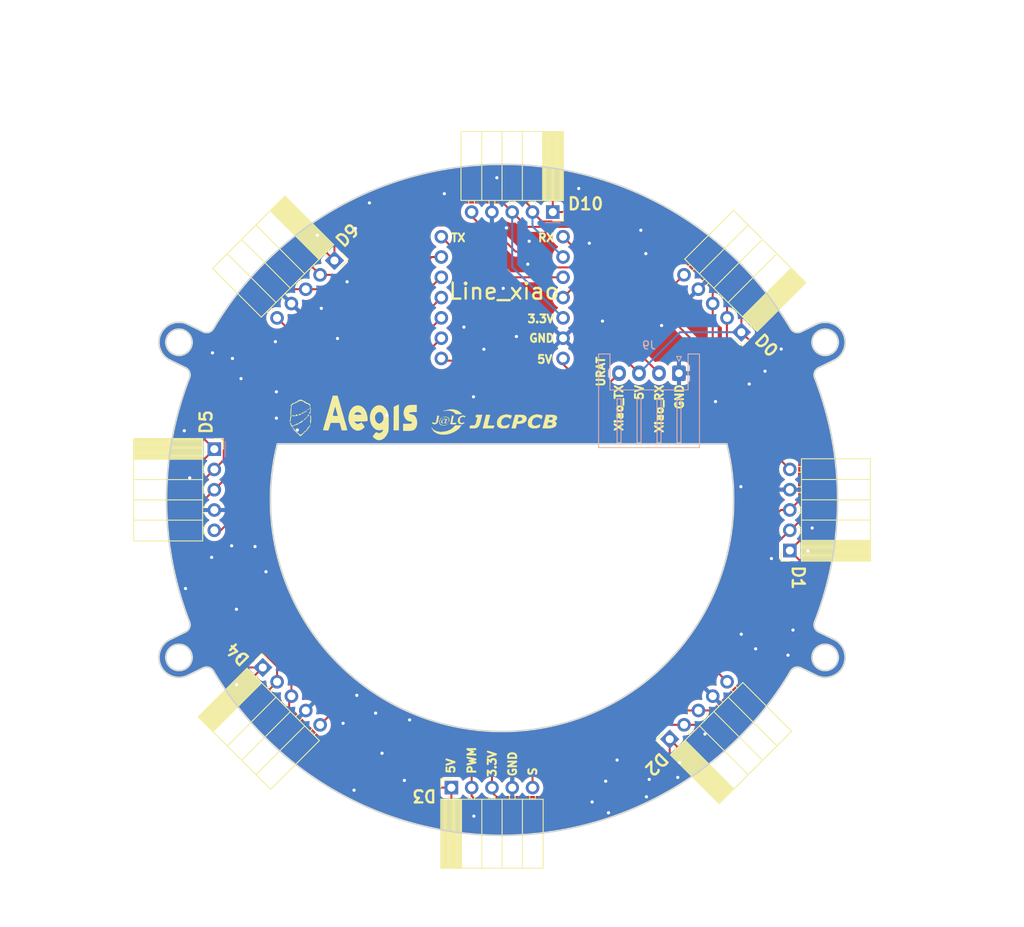
<source format=kicad_pcb>
(kicad_pcb (version 20221018) (generator pcbnew)
  (layers (0 "F.Cu" signal) (31 "B.Cu" signal) (34 "B.Paste" user) (35 "F.Paste" user) (36 "B.SilkS" user "B.Silkscreen") (37 "F.SilkS" user "F.Silkscreen") (38 "B.Mask" user) (39 "F.Mask" user) (44 "Edge.Cuts" user))
  (net 0 "")
  (net 1 "+5V")
  (net 2 "/PWM")
  (net 3 "+3.3V")
  (net 4 "GND")
  (net 5 "/1")
  (net 6 "/2")
  (net 7 "/3")
  (net 8 "/4")
  (net 9 "/5")
  (net 10 "/6")
  (net 11 "/7")
  (net 12 "/8")
  (net 13 "/RX")
  (net 14 "/TX")
  (footprint "Connector_PinSocket_2.54mm:PinSocket_1x05_P2.54mm_Horizontal" (layer "F.Cu") (at 156.392773 142.661336 45)
    (fp_text reference "J5" hide)
    (fp_text value "Conn_01x05_Pin")
    (pad "1" thru_hole rect (at 0 0 45) (size 1.7 1.7) (drill 1) (layers "*.Cu" "*.Mask") (net 1 "+5V"))
    (pad "2" thru_hole oval (at 0 2.54 45) (size 1.7 1.7) (drill 1) (layers "*.Cu" "*.Mask") (net 2 "/PWM"))
    (pad "3" thru_hole oval (at 0 5.08 45) (size 1.7 1.7) (drill 1) (layers "*.Cu" "*.Mask") (net 3 "+3.3V"))
    (pad "4" thru_hole oval (at 0 7.62 45) (size 1.7 1.7) (drill 1) (layers "*.Cu" "*.Mask") (net 4 "GND"))
    (pad "5" thru_hole oval (at 0 10.16 45) (size 1.7 1.7) (drill 1) (layers "*.Cu" "*.Mask") (net 9 "/5"))
  )
  (footprint "JLCPCB:JLCPCB" (layer "F.Cu") (at 185.294166 111.971167)
    (fp_text reference "G***" hide)
    (fp_text value "LOGO" hide)
  )
  (footprint "Aegis:ver4" (layer "F.Cu") (at 167.405391 111.240461)
    (fp_text reference "G***" hide)
    (fp_text value "LOGO" hide)
  )
  (footprint "Connector_PinSocket_2.54mm:PinSocket_1x05_P2.54mm_Horizontal" (layer "F.Cu") (at 150.32868 115.328962)
    (fp_text reference "J6" hide)
    (fp_text value "Conn_01x05_Pin" hide)
    (pad "1" thru_hole rect (at 0 0) (size 1.7 1.7) (drill 1) (layers "*.Cu" "*.Mask") (net 1 "+5V"))
    (pad "2" thru_hole oval (at 0 2.54) (size 1.7 1.7) (drill 1) (layers "*.Cu" "*.Mask") (net 2 "/PWM"))
    (pad "3" thru_hole oval (at 0 5.08) (size 1.7 1.7) (drill 1) (layers "*.Cu" "*.Mask") (net 3 "+3.3V"))
    (pad "4" thru_hole oval (at 0 7.62) (size 1.7 1.7) (drill 1) (layers "*.Cu" "*.Mask") (net 4 "GND"))
    (pad "5" thru_hole oval (at 0 10.16) (size 1.7 1.7) (drill 1) (layers "*.Cu" "*.Mask") (net 10 "/6"))
  )
  (footprint "Connector_PinSocket_2.54mm:PinSocket_1x05_P2.54mm_Horizontal" (layer "F.Cu") (at 192.7 85.65 -90)
    (fp_text reference "J8" hide)
    (fp_text value "Conn_01x05_Pin" hide)
    (pad "1" thru_hole rect (at 0 0 270) (size 1.7 1.7) (drill 1) (layers "*.Cu" "*.Mask") (net 1 "+5V"))
    (pad "2" thru_hole oval (at 0 2.54 270) (size 1.7 1.7) (drill 1) (layers "*.Cu" "*.Mask") (net 2 "/PWM"))
    (pad "3" thru_hole oval (at 0 5.08 270) (size 1.7 1.7) (drill 1) (layers "*.Cu" "*.Mask") (net 3 "+3.3V"))
    (pad "4" thru_hole oval (at 0 7.62 270) (size 1.7 1.7) (drill 1) (layers "*.Cu" "*.Mask") (net 4 "GND"))
    (pad "5" thru_hole oval (at 0 10.16 270) (size 1.7 1.7) (drill 1) (layers "*.Cu" "*.Mask") (net 12 "/8"))
  )
  (footprint "Connector_PinSocket_2.54mm:PinSocket_1x05_P2.54mm_Horizontal" (layer "F.Cu") (at 180.007642 157.700282 90)
    (fp_text reference "J4" hide)
    (fp_text value "Conn_01x05_Pin" hide)
    (pad "1" thru_hole rect (at 0 0 90) (size 1.7 1.7) (drill 1) (layers "*.Cu" "*.Mask") (net 1 "+5V"))
    (pad "2" thru_hole oval (at 0 2.54 90) (size 1.7 1.7) (drill 1) (layers "*.Cu" "*.Mask") (net 2 "/PWM"))
    (pad "3" thru_hole oval (at 0 5.08 90) (size 1.7 1.7) (drill 1) (layers "*.Cu" "*.Mask") (net 3 "+3.3V"))
    (pad "4" thru_hole oval (at 0 7.62 90) (size 1.7 1.7) (drill 1) (layers "*.Cu" "*.Mask") (net 4 "GND"))
    (pad "5" thru_hole oval (at 0 10.16 90) (size 1.7 1.7) (drill 1) (layers "*.Cu" "*.Mask") (net 8 "/4"))
  )
  (footprint "Connector_PinSocket_2.54mm:PinSocket_1x05_P2.54mm_Horizontal" (layer "F.Cu") (at 222.378962 128.02132 180)
    (fp_text reference "J2" hide)
    (fp_text value "Conn_01x05_Pin" hide)
    (pad "1" thru_hole rect (at 0 0 180) (size 1.7 1.7) (drill 1) (layers "*.Cu" "*.Mask") (net 1 "+5V"))
    (pad "2" thru_hole oval (at 0 2.54 180) (size 1.7 1.7) (drill 1) (layers "*.Cu" "*.Mask") (net 2 "/PWM"))
    (pad "3" thru_hole oval (at 0 5.08 180) (size 1.7 1.7) (drill 1) (layers "*.Cu" "*.Mask") (net 3 "+3.3V"))
    (pad "4" thru_hole oval (at 0 7.62 180) (size 1.7 1.7) (drill 1) (layers "*.Cu" "*.Mask") (net 4 "GND"))
    (pad "5" thru_hole oval (at 0 10.16 180) (size 1.7 1.7) (drill 1) (layers "*.Cu" "*.Mask") (net 6 "/2"))
  )
  (footprint "Connector_PinSocket_2.54mm:PinSocket_1x05_P2.54mm_Horizontal" (layer "F.Cu") (at 216.314869 100.688946 -135)
    (fp_text reference "J1" hide)
    (fp_text value "Conn_01x05_Pin" hide)
    (pad "1" thru_hole rect (at 0 0 225) (size 1.7 1.7) (drill 1) (layers "*.Cu" "*.Mask") (net 1 "+5V"))
    (pad "2" thru_hole oval (at 0 2.54 225) (size 1.7 1.7) (drill 1) (layers "*.Cu" "*.Mask") (net 2 "/PWM"))
    (pad "3" thru_hole oval (at 0 5.08 225) (size 1.7 1.7) (drill 1) (layers "*.Cu" "*.Mask") (net 3 "+3.3V"))
    (pad "4" thru_hole oval (at 0 7.62 225) (size 1.7 1.7) (drill 1) (layers "*.Cu" "*.Mask") (net 4 "GND"))
    (pad "5" thru_hole oval (at 0 10.16 225) (size 1.7 1.7) (drill 1) (layers "*.Cu" "*.Mask") (net 5 "/1"))
  )
  (footprint "Connector_PinSocket_2.54mm:PinSocket_1x05_P2.54mm_Horizontal" (layer "F.Cu") (at 165.367626 91.714093 -45)
    (fp_text reference "J7" hide)
    (fp_text value "Conn_01x05_Pin" hide)
    (pad "1" thru_hole rect (at 0 0 315) (size 1.7 1.7) (drill 1) (layers "*.Cu" "*.Mask") (net 1 "+5V"))
    (pad "2" thru_hole oval (at 0 2.54 315) (size 1.7 1.7) (drill 1) (layers "*.Cu" "*.Mask") (net 2 "/PWM"))
    (pad "3" thru_hole oval (at 0 5.08 315) (size 1.7 1.7) (drill 1) (layers "*.Cu" "*.Mask") (net 3 "+3.3V"))
    (pad "4" thru_hole oval (at 0 7.62 315) (size 1.7 1.7) (drill 1) (layers "*.Cu" "*.Mask") (net 4 "GND"))
    (pad "5" thru_hole oval (at 0 10.16 315) (size 1.7 1.7) (drill 1) (layers "*.Cu" "*.Mask") (net 11 "/7"))
  )
  (footprint "Connector_PinSocket_2.54mm:PinSocket_1x05_P2.54mm_Horizontal" (layer "F.Cu") (at 207.340016 151.636189 135)
    (fp_text reference "J3" hide)
    (fp_text value "Conn_01x05_Pin" hide)
    (pad "1" thru_hole rect (at 0 0 135) (size 1.7 1.7) (drill 1) (layers "*.Cu" "*.Mask") (net 1 "+5V"))
    (pad "2" thru_hole oval (at 0 2.54 135) (size 1.7 1.7) (drill 1) (layers "*.Cu" "*.Mask") (net 2 "/PWM"))
    (pad "3" thru_hole oval (at 0 5.08 135) (size 1.7 1.7) (drill 1) (layers "*.Cu" "*.Mask") (net 3 "+3.3V"))
    (pad "4" thru_hole oval (at 0 7.62 135) (size 1.7 1.7) (drill 1) (layers "*.Cu" "*.Mask") (net 4 "GND"))
    (pad "5" thru_hole oval (at 0 10.16 135) (size 1.7 1.7) (drill 1) (layers "*.Cu" "*.Mask") (net 7 "/3"))
  )
  (footprint "Seeeduino_Xiao:seeeduinoXIAO" (layer "B.Cu") (at 186.37 96.355 180)
    (fp_text reference "U1" hide)
    (fp_text value "Line_xiao" (at -0.23 0.78) (layer "F.SilkS") (effects (font (size 2 2) (thickness 0.3) bold)))
    (pad "1" thru_hole circle (at 7.62 -7.62 180) (size 1.7 1.7) (drill 1) (layers "*.Cu" "*.Mask") (net 5 "/1"))
    (pad "2" thru_hole circle (at 7.62 -5.08 180) (size 1.7 1.7) (drill 1) (layers "*.Cu" "*.Mask") (net 6 "/2"))
    (pad "3" thru_hole circle (at 7.62 -2.54 180) (size 1.7 1.7) (drill 1) (layers "*.Cu" "*.Mask") (net 7 "/3"))
    (pad "4" thru_hole circle (at 7.62 0 180) (size 1.7 1.7) (drill 1) (layers "*.Cu" "*.Mask") (net 8 "/4"))
    (pad "5" thru_hole circle (at 7.62 2.54 180) (size 1.7 1.7) (drill 1) (layers "*.Cu" "*.Mask") (net 9 "/5"))
    (pad "6" thru_hole circle (at 7.62 5.08 180) (size 1.7 1.7) (drill 1) (layers "*.Cu" "*.Mask") (net 10 "/6"))
    (pad "7" thru_hole circle (at 7.62 7.62 180) (size 1.7 1.7) (drill 1) (layers "*.Cu" "*.Mask") (net 14 "/TX"))
    (pad "8" thru_hole circle (at -7.62 7.62 180) (size 1.7 1.7) (drill 1) (layers "*.Cu" "*.Mask") (net 13 "/RX"))
    (pad "9" thru_hole circle (at -7.62 5.08 180) (size 1.7 1.7) (drill 1) (layers "*.Cu" "*.Mask") (net 2 "/PWM"))
    (pad "10" thru_hole circle (at -7.62 2.54 180) (size 1.7 1.7) (drill 1) (layers "*.Cu" "*.Mask") (net 11 "/7"))
    (pad "11" thru_hole circle (at -7.62 0 180) (size 1.7 1.7) (drill 1) (layers "*.Cu" "*.Mask") (net 12 "/8"))
    (pad "12" thru_hole circle (at -7.62 -2.54 180) (size 1.7 1.7) (drill 1) (layers "*.Cu" "*.Mask") (net 3 "+3.3V"))
    (pad "13" thru_hole circle (at -7.62 -5.08 180) (size 1.7 1.7) (drill 1) (layers "*.Cu" "*.Mask") (net 4 "GND"))
    (pad "14" thru_hole circle (at -7.62 -7.62 180) (size 1.7 1.7) (drill 1) (layers "*.Cu" "*.Mask") (net 1 "+5V"))
  )
  (footprint "Connector_JST:JST_XH_S4B-XH-A_1x04_P2.50mm_Horizontal" (layer "B.Cu") (at 208.5 105.825 180)
    (fp_text reference "J9" (at 3.75 3.5) (layer "B.SilkS") (effects (justify mirror)))
    (fp_text value "Serial" hide)
    (pad "1" thru_hole roundrect (at 0 0 180) (size 1.7 1.95) (drill 0.95) (layers "*.Cu" "*.Mask") (roundrect_rratio 0.1470588235) (net 4 "GND"))
    (pad "2" thru_hole oval (at 2.5 0 180) (size 1.7 1.95) (drill 0.95) (layers "*.Cu" "*.Mask") (net 13 "/RX"))
    (pad "3" thru_hole oval (at 5 0 180) (size 1.7 1.95) (drill 0.95) (layers "*.Cu" "*.Mask") (net 1 "+5V"))
    (pad "4" thru_hole oval (at 7.5 0 180) (size 1.7 1.95) (drill 0.95) (layers "*.Cu" "*.Mask") (net 14 "/TX"))
  )
  (gr_arc (start 225.641632 99.732764) (mid 229.046536 100.852513) (end 227.832642 104.225) (stroke (width 0.2)) (layer "Edge.Cuts"))
  (gr_circle (center 145.908089 141.401843) (end 147.558089 141.401843) (stroke (width 0.2)) (fill none) (layer "Edge.Cuts"))
  (gr_arc (start 225.476188 106.396385) (mid 225.476219 105.668819) (end 225.969302 105.133811) (stroke (width 0.2)) (layer "Edge.Cuts"))
  (gr_line (start 225.641632 99.732764) (end 223.778292 100.641575) (stroke (width 0.2)) (layer "Edge.Cuts"))
  (gr_arc (start 222.479779 143.097446) (mid 223.053127 142.649527) (end 223.778292 142.708707) (stroke (width 0.2)) (layer "Edge.Cuts"))
  (gr_circle (center 226.799553 101.948439) (end 228.449553 101.948439) (stroke (width 0.2)) (fill none) (layer "Edge.Cuts"))
  (gr_line (start 214.496316 114.675141) (end 158.211326 114.675141) (stroke (width 0.2)) (layer "Edge.Cuts"))
  (gr_line (start 223.778292 142.708707) (end 225.641632 143.617518) (stroke (width 0.2)) (layer "Edge.Cuts"))
  (gr_arc (start 214.496316 114.675141) (mid 186.353821 150.675141) (end 158.211326 114.675141) (stroke (width 0.2)) (layer "Edge.Cuts"))
  (gr_circle (center 145.908089 101.948439) (end 147.558089 101.948439) (stroke (width 0.2)) (fill none) (layer "Edge.Cuts"))
  (gr_line (start 227.832642 139.125282) (end 225.969302 138.216471) (stroke (width 0.2)) (layer "Edge.Cuts"))
  (gr_line (start 146.73834 138.216471) (end 144.875 139.125282) (stroke (width 0.2)) (layer "Edge.Cuts"))
  (gr_line (start 148.92935 100.641575) (end 147.06601 99.732764) (stroke (width 0.2)) (layer "Edge.Cuts"))
  (gr_arc (start 144.875 104.225) (mid 143.661104 100.852512) (end 147.06601 99.732764) (stroke (width 0.2)) (layer "Edge.Cuts"))
  (gr_arc (start 222.479779 143.097446) (mid 186.353821 163.675141) (end 150.227863 143.097446) (stroke (width 0.2)) (layer "Edge.Cuts"))
  (gr_arc (start 225.969302 138.216471) (mid 225.476199 137.681471) (end 225.476188 136.953897) (stroke (width 0.2)) (layer "Edge.Cuts"))
  (gr_line (start 147.06601 143.617518) (end 148.92935 142.708707) (stroke (width 0.2)) (layer "Edge.Cuts"))
  (gr_line (start 144.875 104.225) (end 146.73834 105.133811) (stroke (width 0.2)) (layer "Edge.Cuts"))
  (gr_arc (start 227.832642 139.125282) (mid 229.046536 142.497769) (end 225.641632 143.617518) (stroke (width 0.2)) (layer "Edge.Cuts"))
  (gr_arc (start 146.73834 105.133811) (mid 147.231446 105.668805) (end 147.231454 106.396385) (stroke (width 0.2)) (layer "Edge.Cuts"))
  (gr_arc (start 223.778292 100.641575) (mid 223.053122 100.700769) (end 222.479779 100.252836) (stroke (width 0.2)) (layer "Edge.Cuts"))
  (gr_arc (start 147.231454 136.953897) (mid 144.353821 121.675141) (end 147.231454 106.396385) (stroke (width 0.2)) (layer "Edge.Cuts"))
  (gr_arc (start 147.06601 143.617518) (mid 143.661104 142.49777) (end 144.875 139.125282) (stroke (width 0.2)) (layer "Edge.Cuts"))
  (gr_arc (start 150.227863 100.252836) (mid 149.654518 100.700773) (end 148.92935 100.641575) (stroke (width 0.2)) (layer "Edge.Cuts"))
  (gr_arc (start 148.92935 142.708707) (mid 149.654517 142.649509) (end 150.227863 143.097446) (stroke (width 0.2)) (layer "Edge.Cuts"))
  (gr_line (start 225.969302 105.133811) (end 227.832642 104.225) (stroke (width 0.2)) (layer "Edge.Cuts"))
  (gr_arc (start 147.231454 136.953897) (mid 147.231446 137.681477) (end 146.73834 138.216471) (stroke (width 0.2)) (layer "Edge.Cuts"))
  (gr_arc (start 150.227863 100.252836) (mid 186.353821 79.675141) (end 222.479779 100.252836) (stroke (width 0.2)) (layer "Edge.Cuts"))
  (gr_circle (center 226.799553 141.401843) (end 228.449553 141.401843) (stroke (width 0.2)) (fill none) (layer "Edge.Cuts"))
  (gr_arc (start 225.476188 106.396385) (mid 228.353821 121.675141) (end 225.476188 136.953897) (stroke (width 0.2)) (layer "Edge.Cuts"))
  (gr_text "D2" (at 206.244001 152.979692 -135) (layer "F.SilkS") (effects (font (size 1.5 1.5) (thickness 0.3) bold) (justify left bottom)))
  (gr_text "GND" (at 209.15 110.475 90) (layer "F.SilkS") (effects (font (size 1 1) (thickness 0.25) bold) (justify left bottom)))
  (gr_text "D10\n" (at 194.425 85.5) (layer "F.SilkS") (effects (font (size 1.5 1.5) (thickness 0.3) bold) (justify left bottom)))
  (gr_text "D5" (at 150.17868 113.603962 90) (layer "F.SilkS") (effects (font (size 1.5 1.5) (thickness 0.3) bold) (justify left bottom)))
  (gr_text "D9" (at 166.445964 90.388268 45) (layer "F.SilkS") (effects (font (size 1.5 1.5) (thickness 0.3) bold) (justify left bottom)))
  (gr_text "3.3V" (at 189.4 99.6) (layer "F.SilkS") (effects (font (size 1 1) (thickness 0.25) bold) (justify left bottom)))
  (gr_text "5V" (at 180.525 156.05 90) (layer "F.SilkS") (effects (font (size 1 1) (thickness 0.25) bold) (justify left bottom)))
  (gr_text "Xiao_TX" (at 201.575 113.2 90) (layer "F.SilkS") (effects (font (size 1 1) (thickness 0.25) bold) (justify left bottom)))
  (gr_text "D0" (at 217.640694 101.802639 -45) (layer "F.SilkS") (effects (font (size 1.5 1.5) (thickness 0.3) bold) (justify left bottom)))
  (gr_text "5V" (at 204.125 109.3 90) (layer "F.SilkS") (effects (font (size 1 1) (thickness 0.25) bold) (justify left bottom)))
  (gr_text "GND" (at 189.625 102.025) (layer "F.SilkS") (effects (font (size 1 1) (thickness 0.25) bold) (justify left bottom)))
  (gr_text "D1" (at 222.553962 129.74632 -90) (layer "F.SilkS") (effects (font (size 1.5 1.5) (thickness 0.3) bold) (justify left bottom)))
  (gr_text "RX" (at 190.725 89.45) (layer "F.SilkS") (effects (font (size 1 1) (thickness 0.25) bold) (justify left bottom)))
  (gr_text "D3" (at 178.282642 157.850282 180) (layer "F.SilkS") (effects (font (size 1.5 1.5) (thickness 0.3) bold) (justify left bottom)))
  (gr_text "TX" (at 179.85 89.45) (layer "F.SilkS") (effects (font (size 1 1) (thickness 0.25) bold) (justify left bottom)))
  (gr_text "Xiao_RX" (at 206.625 113.425 90) (layer "F.SilkS") (effects (font (size 1 1) (thickness 0.25) bold) (justify left bottom)))
  (gr_text "5V" (at 190.625 104.675) (layer "F.SilkS") (effects (font (size 1 1) (thickness 0.25) bold) (justify left bottom)))
  (gr_text "3.3V" (at 185.7 156.5 90) (layer "F.SilkS") (effects (font (size 1 1) (thickness 0.25) bold) (justify left bottom)))
  (gr_text "PWM" (at 183.15 156.1 90) (layer "F.SilkS") (effects (font (size 1 1) (thickness 0.25) bold) (justify left bottom)))
  (gr_text "S\n" (at 190.775 156.325 90) (layer "F.SilkS") (effects (font (size 1 1) (thickness 0.25) bold) (justify left bottom)))
  (gr_text "D4" (at 155.066948 141.547643 135) (layer "F.SilkS") (effects (font (size 1.5 1.5) (thickness 0.3) bold) (justify left bottom)))
  (gr_text "GND" (at 188.25 156.425 90) (layer "F.SilkS") (effects (font (size 1 1) (thickness 0.25) bold) (justify left bottom)))
  (gr_text "URAT" (at 199.3 107.625 90) (layer "F.SilkS") (effects (font (size 1 1) (thickness 0.25) bold) (justify left bottom)))
  (segment (start 167.6 86.6) (end 165.367626 88.832374) (width 0.25) (layer "F.Cu") (net 1))
  (segment (start 194.65 85.65) (end 192.7 85.65) (width 0.25) (layer "F.Cu") (net 1))
  (segment (start 204.25 157.7) (end 205.4 157.7) (width 0.25) (layer "F.Cu") (net 1))
  (segment (start 166 156.8) (end 168.65 156.8) (width 0.25) (layer "F.Cu") (net 1))
  (segment (start 159.625 153.425) (end 161.230705 155.030705) (width 0.25) (layer "F.Cu") (net 1))
  (segment (start 223.553962 126.84632) (end 224.85368 126.84632) (width 0.25) (layer "F.Cu") (net 1))
  (segment (start 225.4 109.774077) (end 216.314869 100.688946) (width 0.25) (layer "F.Cu") (net 1))
  (segment (start 182.376728 80.823272) (end 177.926728 80.823272) (width 0.25) (layer "F.Cu") (net 1))
  (segment (start 152.661336 142.661336) (end 156.392773 142.661336) (width 0.25) (layer "F.Cu") (net 1))
  (segment (start 162.184523 155.709523) (end 162.459523 155.709523) (width 0.25) (layer "F.Cu") (net 1))
  (segment (start 145.025 128) (end 145.5 128.475) (width 0.25) (layer "F.Cu") (net 1))
  (segment (start 145.025 118.975) (end 145.025 128) (width 0.25) (layer "F.Cu") (net 1))
  (segment (start 194.8 105.5) (end 193.99 104.69) (width 0.25) (layer "F.Cu") (net 1))
  (segment (start 198.45 102.975) (end 195.925 105.5) (width 0.25) (layer "F.Cu") (net 1))
  (segment (start 216.314869 100.688946) (end 216.314869 93.139869) (width 0.25) (layer "F.Cu") (net 1))
  (segment (start 145.5 130.125) (end 148.025 132.65) (width 0.25) (layer "F.Cu") (net 1))
  (segment (start 193.99 104.69) (end 193.99 103.975) (width 0.25) (layer "F.Cu") (net 1))
  (segment (start 177.926728 80.823272) (end 177.45 81.3) (width 0.25) (layer "F.Cu") (net 1))
  (segment (start 161.505705 155.030705) (end 162.184523 155.709523) (width 0.25) (layer "F.Cu") (net 1))
  (segment (start 194.230021 162.675) (end 195.080021 161.825) (width 0.25) (layer "F.Cu") (net 1))
  (segment (start 222.378962 128.02132) (end 223.553962 126.84632) (width 0.25) (layer "F.Cu") (net 1))
  (segment (start 225.4 111.6) (end 225.4 109.774077) (width 0.25) (layer "F.Cu") (net 1))
  (segment (start 163.578533 89.925) (end 159.325 89.925) (width 0.25) (layer "F.Cu") (net 1))
  (segment (start 206.425 87.025) (end 205.4 86) (width 0.25) (layer "F.Cu") (net 1))
  (segment (start 182.825 80.375) (end 182.376728 80.823272) (width 0.25) (layer "F.Cu") (net 1))
  (segment (start 227.3 124.4) (end 227.3 113.5) (width 0.25) (layer "F.Cu") (net 1))
  (segment (start 205.4 86) (end 202.7 86) (width 0.25) (layer "F.Cu") (net 1))
  (segment (start 223.6 129.242358) (end 222.378962 128.02132) (width 0.25) (layer "F.Cu") (net 1))
  (segment (start 162.925 156.175) (end 165.375 156.175) (width 0.25) (layer "F.Cu") (net 1))
  (segment (start 162.459523 155.709523) (end 162.925 156.175) (width 0.25) (layer "F.Cu") (net 1))
  (segment (start 227.3 113.5) (end 225.4 111.6) (width 0.25) (layer "F.Cu") (net 1))
  (segment (start 149.15368 116.503962) (end 147.496038 116.503962) (width 0.25) (layer "F.Cu") (net 1))
  (segment (start 207.340016 155.759984) (end 207.340016 151.636189) (width 0.25) (layer "F.Cu") (net 1))
  (segment (start 148.025 132.65) (end 148.025 138.025) (width 0.25) (layer "F.Cu") (net 1))
  (segment (start 202.7 86) (end 200.6 83.9) (width 0.25) (layer "F.Cu") (net 1))
  (segment (start 180.007642 160.382642) (end 182.625 163) (width 0.25) (layer "F.Cu") (net 1))
  (segment (start 200.6 83.9) (end 196.4 83.9) (width 0.25) (layer "F.Cu") (net 1))
  (segment (start 221.3 144.45) (end 221.3 140.6) (width 0.25) (layer "F.Cu") (net 1))
  (segment (start 159.325 89.925) (end 154.3 94.95) (width 0.25) (layer "F.Cu") (net 1))
  (segment (start 147.496038 116.503962) (end 145.025 118.975) (width 0.25) (layer "F.Cu") (net 1))
  (segment (start 207.340016 151.636189) (end 208.578827 152.875) (width 0.25) (layer "F.Cu") (net 1))
  (segment (start 154.8 148.875) (end 159.35 153.425) (width 0.25) (layer "F.Cu") (net 1))
  (segment (start 161.230705 155.030705) (end 161.505705 155.030705) (width 0.25) (layer "F.Cu") (net 1))
  (segment (start 221.3 140.6) (end 223.6 138.3) (width 0.25) (layer "F.Cu") (net 1))
  (segment (start 189.175 80.375) (end 182.825 80.375) (width 0.25) (layer "F.Cu") (net 1))
  (segment (start 159.35 153.425) (end 159.625 153.425) (width 0.25) (layer "F.Cu") (net 1))
  (segment (start 177.45 81.3) (end 175.975 81.3) (width 0.25) (layer "F.Cu") (net 1))
  (segment (start 146.95 108.45) (end 146.95 111.950282) (width 0.25) (layer "F.Cu") (net 1))
  (segment (start 192.125 162.675) (end 194.230021 162.675) (width 0.25) (layer "F.Cu") (net 1))
  (segment (start 154.3 95.375) (end 152.925 96.75) (width 0.25) (layer "F.Cu") (net 1))
  (segment (start 165.375 156.175) (end 166 156.8) (width 0.25) (layer "F.Cu") (net 1))
  (segment (start 199.3 159.975) (end 201.975 159.975) (width 0.25) (layer "F.Cu") (net 1))
  (segment (start 207.5 87.025) (end 206.425 87.025) (width 0.25) (layer "F.Cu") (net 1))
  (segment (start 203.5 105.825) (end 200.65 102.975) (width 0.25) (layer "F.Cu") (net 1))
  (segment (start 151.5 98.925) (end 151.5 103.9) (width 0.25) (layer "F.Cu") (net 1))
  (segment (start 146.95 111.950282) (end 150.32868 115.328962) (width 0.25) (layer "F.Cu") (net 1))
  (segment (start 156.392773 142.661336) (end 154.8 144.254109) (width 0.25) (layer "F.Cu") (net 1))
  (segment (start 196.4 83.9) (end 194.65 85.65) (width 0.25) (layer "F.Cu") (net 1))
  (segment (start 165.367626 88.832374) (end 165.367626 91.714093) (width 0.25) (layer "F.Cu") (net 1))
  (segment (start 154.8 144.254109) (end 154.8 148.875) (width 0.25) (layer "F.Cu") (net 1))
  (segment (start 211.875 88.7) (end 210.775 88.7) (width 0.25) (layer "F.Cu") (net 1))
  (segment (start 195.925 105.5) (end 194.8 105.5) (width 0.25) (layer "F.Cu") (net 1))
  (segment (start 182.625 163) (end 191.8 163) (width 0.25) (layer "F.Cu") (net 1))
  (segment (start 205.4 157.7) (end 207.340016 155.759984) (width 0.25) (layer "F.Cu") (net 1))
  (segment (start 223.6 138.3) (end 223.6 129.242358) (width 0.25) (layer "F.Cu") (net 1))
  (segment (start 197.45 161.825) (end 199.3 159.975) (width 0.25) (layer "F.Cu") (net 1))
  (segment (start 208.578827 152.875) (end 212.875 152.875) (width 0.25) (layer "F.Cu") (net 1))
  (segment (start 201.975 159.975) (end 204.25 157.7) (width 0.25) (layer "F.Cu") (net 1))
  (segment (start 148.025 138.025) (end 152.661336 142.661336) (width 0.25) (layer "F.Cu") (net 1))
  (segment (start 175.975 81.3) (end 170.675 86.6) (width 0.25) (layer "F.Cu") (net 1))
  (segment (start 195.080021 161.825) (end 197.45 161.825) (width 0.25) (layer "F.Cu") (net 1))
  (segment (start 145.5 128.475) (end 145.5 130.125) (width 0.25) (layer "F.Cu") (net 1))
  (segment (start 152.925 97.5) (end 151.5 98.925) (width 0.25) (layer "F.Cu") (net 1))
  (segment (start 216.314869 93.139869) (end 211.875 88.7) (width 0.25) (layer "F.Cu") (net 1))
  (segment (start 200.65 102.975) (end 198.45 102.975) (width 0.25) (layer "F.Cu") (net 1))
  (segment (start 150.32868 115.328962) (end 149.15368 116.503962) (width 0.25) (layer "F.Cu") (net 1))
  (segment (start 192.7 83.9) (end 189.175 80.375) (width 0.25) (layer "F.Cu") (net 1))
  (segment (start 169.550282 157.700282) (end 180.007642 157.700282) (width 0.25) (layer "F.Cu") (net 1))
  (segment (start 192.7 85.65) (end 192.7 83.9) (width 0.25) (layer "F.Cu") (net 1))
  (segment (start 180.007642 157.700282) (end 180.007642 160.382642) (width 0.25) (layer "F.Cu") (net 1))
  (segment (start 191.8 163) (end 192.125 162.675) (width 0.25) (layer "F.Cu") (net 1))
  (segment (start 209.475 87.4) (end 207.875 87.4) (width 0.25) (layer "F.Cu") (net 1))
  (segment (start 210.775 88.7) (end 209.475 87.4) (width 0.25) (layer "F.Cu") (net 1))
  (segment (start 224.85368 126.84632) (end 227.3 124.4) (width 0.25) (layer "F.Cu") (net 1))
  (segment (start 168.65 156.8) (end 169.550282 157.700282) (width 0.25) (layer "F.Cu") (net 1))
  (segment (start 212.875 152.875) (end 221.3 144.45) (width 0.25) (layer "F.Cu") (net 1))
  (segment (start 207.875 87.4) (end 207.5 87.025) (width 0.25) (layer "F.Cu") (net 1))
  (segment (start 154.3 94.95) (end 154.3 95.375) (width 0.25) (layer "F.Cu") (net 1))
  (segment (start 151.5 103.9) (end 146.95 108.45) (width 0.25) (layer "F.Cu") (net 1))
  (segment (start 152.925 96.75) (end 152.925 97.5) (width 0.25) (layer "F.Cu") (net 1))
  (segment (start 165.367626 91.714093) (end 163.578533 89.925) (width 0.25) (layer "F.Cu") (net 1))
  (segment (start 170.675 86.6) (end 167.6 86.6) (width 0.25) (layer "F.Cu") (net 1))
  (segment (start 203.5 105.825) (end 208.636054 100.688946) (width 0.25) (layer "B.Cu") (net 1))
  (segment (start 208.636054 100.688946) (end 216.314869 100.688946) (width 0.25) (layer "B.Cu") (net 1))
  (segment (start 219.3 143.875) (end 219.3 128.560282) (width 0.25) (layer "F.Cu") (net 2))
  (segment (start 192.625 161) (end 198.325 155.3) (width 0.25) (layer "F.Cu") (net 2))
  (segment (start 164.6 154.275) (end 169.875 154.275) (width 0.25) (layer "F.Cu") (net 2))
  (segment (start 213.334862 149.840138) (end 219.3 143.875) (width 0.25) (layer "F.Cu") (net 2))
  (segment (start 195.975 86.825) (end 191.335 86.825) (width 0.25) (layer "F.Cu") (net 2))
  (segment (start 166.489856 93.510144) (end 163.571575 93.510144) (width 0.25) (layer "F.Cu") (net 2))
  (segment (start 154.325 99.5) (end 153.675 100.15) (width 0.25) (layer "F.Cu") (net 2))
  (segment (start 152.3 140.1) (end 155.75 140.1) (width 0.25) (layer "F.Cu") (net 2))
  (segment (start 153.675 100.15) (end 153.675 104.45) (width 0.25) (layer "F.Cu") (net 2))
  (segment (start 219.3 128.560282) (end 222.378962 125.48132) (width 0.25) (layer "F.Cu") (net 2))
  (segment (start 222.378962 125.48132) (end 222.46868 125.48132) (width 0.25) (layer "F.Cu") (net 2))
  (segment (start 214.518818 94.593818) (end 210.375 90.45) (width 0.25) (layer "F.Cu") (net 2))
  (segment (start 158.188824 144.457387) (end 156.8 145.846211) (width 0.25) (layer "F.Cu") (net 2))
  (segment (start 164 153.675) (end 164.6 154.275) (width 0.25) (layer "F.Cu") (net 2))
  (segment (start 225.475 122.475) (end 225.475 114.75) (width 0.25) (layer "F.Cu") (net 2))
  (segment (start 222.46868 125.48132) (end 225.475 122.475) (width 0.25) (layer "F.Cu") (net 2))
  (segment (start 184.8 161) (end 192.625 161) (width 0.25) (layer "F.Cu") (net 2))
  (segment (start 149.6 132.075) (end 149.6 137.4) (width 0.25) (layer "F.Cu") (net 2))
  (segment (start 156.8 147.5) (end 162.975 153.675) (width 0.25) (layer "F.Cu") (net 2))
  (segment (start 214.518818 98.892895) (end 214.518818 94.593818) (width 0.25) (layer "F.Cu") (net 2))
  (segment (start 146.875 121.322642) (end 146.875 127.575) (width 0.25) (layer "F.Cu") (net 2))
  (segment (start 153.675 104.45) (end 148.725 109.4) (width 0.25) (layer "F.Cu") (net 2))
  (segment (start 190.16 85.235) (end 187.5 82.575) (width 0.25) (layer "F.Cu") (net 2))
  (segment (start 214.5 98.911713) (end 214.518818 98.892895) (width 0.25) (layer "F.Cu") (net 2))
  (segment (start 225.475 114.75) (end 222.9 112.175) (width 0.25) (layer "F.Cu") (net 2))
  (segment (start 162.261431 92.2) (end 160.35 92.2) (width 0.25) (layer "F.Cu") (net 2))
  (segment (start 198.9 85.8) (end 197 85.8) (width 0.25) (layer "F.Cu") (net 2))
  (segment (start 163.571575 93.510144) (end 162.261431 92.2) (width 0.25) (layer "F.Cu") (net 2))
  (segment (start 181.225 154.925) (end 182.547642 156.247642) (width 0.25) (layer "F.Cu") (net 2))
  (segment (start 203.075 89.975) (end 198.9 85.8) (width 0.25) (layer "F.Cu") (net 2))
  (segment (start 151.50368 114.153962) (end 151.50368 116.693962) (width 0.25) (layer "F.Cu") (net 2))
  (segment (start 210.375 90.45) (end 209.7 90.45) (width 0.25) (layer "F.Cu") (net 2))
  (segment (start 160.35 92.2) (end 154.325 98.225) (width 0.25) (layer "F.Cu") (net 2))
  (segment (start 182.547642 156.247642) (end 182.547642 157.700282) (width 0.25) (layer "F.Cu") (net 2))
  (segment (start 170.525 154.925) (end 181.225 154.925) (width 0.25) (layer "F.Cu") (net 2))
  (segment (start 214.5 102.7) (end 214.5 98.911713) (width 0.25) (layer "F.Cu") (net 2))
  (segment (start 191.335 86.825) (end 190.16 85.65) (width 0.25) (layer "F.Cu") (net 2))
  (segment (start 149.6 137.4) (end 152.3 140.1) (width 0.25) (layer "F.Cu") (net 2))
  (segment (start 150.32868 117.868962) (end 146.875 121.322642) (width 0.25) (layer "F.Cu") (net 2))
  (segment (start 176.025 83.975) (end 166.489856 93.510144) (width 0.25) (layer "F.Cu") (net 2))
  (segment (start 154.325 98.225) (end 154.325 99.5) (width 0.25) (layer "F.Cu") (net 2))
  (segment (start 222.9 111.1) (end 214.5 102.7) (width 0.25) (layer "F.Cu") (net 2))
  (segment (start 148.075 128.775) (end 148.075 130.55) (width 0.25) (layer "F.Cu") (net 2))
  (segment (start 201.2 155.3) (end 206.659862 149.840138) (width 0.25) (layer "F.Cu") (net 2))
  (segment (start 187.5 82.575) (end 178.8 82.575) (width 0.25) (layer "F.Cu") (net 2))
  (segment (start 178.8 82.575) (end 177.4 83.975) (width 0.25) (layer "F.Cu") (net 2))
  (segment (start 148.725 109.4) (end 148.725 111.375282) (width 0.25) (layer "F.Cu") (net 2))
  (segment (start 148.725 111.375282) (end 151.50368 114.153962) (width 0.25) (layer "F.Cu") (net 2))
  (segment (start 162.975 153.675) (end 164 153.675) (width 0.25) (layer "F.Cu") (net 2))
  (segment (start 151.50368 116.693962) (end 150.32868 117.868962) (width 0.25) (layer "F.Cu") (net 2))
  (segment (start 222.9 112.175) (end 222.9 111.1) (width 0.25) (layer "F.Cu") (net 2))
  (segment (start 169.875 154.275) (end 170.525 154.925) (width 0.25) (layer "F.Cu") (net 2))
  (segment (start 156.8 145.846211) (end 156.8 147.5) (width 0.25) (layer "F.Cu") (net 2))
  (segment (start 197 85.8) (end 195.975 86.825) (width 0.25) (layer "F.Cu") (net 2))
  (segment (start 177.4 83.975) (end 176.025 83.975) (width 0.25) (layer "F.Cu") (net 2))
  (segment (start 206.659862 149.840138) (end 209.136067 149.840138) (width 0.25) (layer "F.Cu") (net 2))
  (segment (start 209.136067 149.840138) (end 213.334862 149.840138) (width 0.25) (layer "F.Cu") (net 2))
  (segment (start 198.325 155.3) (end 201.2 155.3) (width 0.25) (layer "F.Cu") (net 2))
  (segment (start 146.875 127.575) (end 148.075 128.775) (width 0.25) (layer "F.Cu") (net 2))
  (segment (start 148.075 130.55) (end 149.6 132.075) (width 0.25) (layer "F.Cu") (net 2))
  (segment (start 182.547642 157.700282) (end 182.547642 158.747642) (width 0.25) (layer "F.Cu") (net 2))
  (segment (start 182.547642 158.747642) (end 184.8 161) (width 0.25) (layer "F.Cu") (net 2))
  (segment (start 190.16 85.65) (end 190.16 85.235) (width 0.25) (layer "F.Cu") (net 2))
  (segment (start 155.75 140.1) (end 158.188824 142.538824) (width 0.25) (layer "F.Cu") (net 2))
  (segment (start 158.188824 142.538824) (end 158.188824 144.457387) (width 0.25) (layer "F.Cu") (net 2))
  (segment (start 209.225 89.975) (end 203.075 89.975) (width 0.25) (layer "F.Cu") (net 2))
  (segment (start 209.7 90.45) (end 209.225 89.975) (width 0.25) (layer "F.Cu") (net 2))
  (segment (start 193.99 91.275) (end 190.16 87.445) (width 0.25) (layer "B.Cu") (net 2))
  (segment (start 190.16 87.445) (end 190.16 85.65) (width 0.25) (layer "B.Cu") (net 2))
  (segment (start 161.775524 95.306195) (end 159.693805 95.306195) (width 0.25) (layer "F.Cu") (net 3))
  (segment (start 157.55 104.35) (end 153.75 108.15) (width 0.25) (layer "F.Cu") (net 3))
  (segment (start 179.575 84.45) (end 178.35 85.675) (width 0.25) (layer "F.Cu") (net 3))
  (segment (start 149.15 127.55) (end 150.55 127.55) (width 0.25) (layer "F.Cu") (net 3))
  (segment (start 223.525 119.885657) (end 223.525 118.376983) (width 0.25) (layer "F.Cu") (net 3))
  (segment (start 155.85 99.15) (end 155.85 101.175) (width 0.25) (layer "F.Cu") (net 3))
  (segment (start 222.378962 122.94132) (end 223.553962 121.76632) (width 0.25) (layer "F.Cu") (net 3))
  (segment (start 159.7 147.630264) (end 161.294226 149.22449) (width 0.25) (layer "F.Cu") (net 3))
  (segment (start 151.2 128.2) (end 151.2 136.6) (width 0.25) (layer "F.Cu") (net 3))
  (segment (start 159.693805 95.306195) (end 155.85 99.15) (width 0.25) (layer "F.Cu") (net 3))
  (segment (start 157.55 102.875) (end 157.55 104.35) (width 0.25) (layer "F.Cu") (net 3))
  (segment (start 155.85 101.175) (end 157.55 102.875) (width 0.25) (layer "F.Cu") (net 3))
  (segment (start 217.6 127.55) (end 220.775 124.375) (width 0.25) (layer "F.Cu") (net 3))
  (segment (start 159.7 146.538313) (end 159.7 147.630264) (width 0.25) (layer "F.Cu") (net 3))
  (segment (start 223.553962 118.348021) (end 223.553962 115.053962) (width 0.25) (layer "F.Cu") (net 3))
  (segment (start 212.722767 95.322767) (end 209.45 92.05) (width 0.25) (layer "F.Cu") (net 3))
  (segment (start 148.6 127) (end 149.15 127.55) (width 0.25) (layer "F.Cu") (net 3))
  (segment (start 197.5 87.5) (end 189.47 87.5) (width 0.25) (layer "F.Cu") (net 3))
  (segment (start 223.553962 119.914619) (end 223.525 119.885657) (width 0.25) (layer "F.Cu") (net 3))
  (segment (start 187.62 85.65) (end 186.42 84.45) (width 0.25) (layer "F.Cu") (net 3))
  (segment (start 185.087642 155.287642) (end 185.087642 157.700282) (width 0.25) (layer "F.Cu") (net 3))
  (segment (start 152.175 118.562642) (end 150.32868 120.408962) (width 0.25) (layer "F.Cu") (net 3))
  (segment (start 185.675282 158.875282) (end 191.524718 158.875282) (width 0.25) (layer "F.Cu") (net 3))
  (segment (start 171.8 151.825) (end 172.975 153) (width 0.25) (layer "F.Cu") (net 3))
  (segment (start 162.401978 150.326978) (end 162.401978 150.332242) (width 0.25) (layer "F.Cu") (net 3))
  (segment (start 185.087642 158.287642) (end 185.675282 158.875282) (width 0.25) (layer "F.Cu") (net 3))
  (segment (start 176.925 85.675) (end 167.293805 95.306195) (width 0.25) (layer "F.Cu") (net 3))
  (segment (start 220.775 123.425) (end 221.25868 122.94132) (width 0.25) (layer "F.Cu") (net 3))
  (segment (start 191.524718 158.875282) (end 202.355913 148.044087) (width 0.25) (layer "F.Cu") (net 3))
  (segment (start 153 138.4) (end 156.5 138.4) (width 0.25) (layer "F.Cu") (net 3))
  (segment (start 223.553962 121.76632) (end 223.553962 119.914619) (width 0.25) (layer "F.Cu") (net 3))
  (segment (start 161.29949 149.22449) (end 162.401978 150.326978) (width 0.25) (layer "F.Cu") (net 3))
  (segment (start 163.894736 151.825) (end 171.8 151.825) (width 0.25) (layer "F.Cu") (net 3))
  (segment (start 212.705913 148.044087) (end 217.1 143.65) (width 0.25) (layer "F.Cu") (net 3))
  (segment (start 153.75 108.85) (end 152.175 110.425) (width 0.25) (layer "F.Cu") (net 3))
  (segment (start 148.6 122.137642) (end 148.6 127) (width 0.25) (layer "F.Cu") (net 3))
  (segment (start 178.35 85.675) (end 176.925 85.675) (width 0.25) (layer "F.Cu") (net 3))
  (segment (start 217.6 135.9) (end 217.6 127.55) (width 0.25) (layer "F.Cu") (net 3))
  (segment (start 186.42 84.45) (end 179.575 84.45) (width 0.25) (layer "F.Cu") (net 3))
  (segment (start 162.401978 150.332242) (end 163.894736 151.825) (width 0.25) (layer "F.Cu") (net 3))
  (segment (start 159.984875 146.253438) (end 159.7 146.538313) (width 0.25) (layer "F.Cu") (net 3))
  (segment (start 156.5 138.4) (end 159.984875 141.884875) (width 0.25) (layer "F.Cu") (net 3))
  (segment (start 150.55 127.55) (end 151.2 128.2) (width 0.25) (layer "F.Cu") (net 3))
  (segment (start 202.05 92.05) (end 197.5 87.5) (width 0.25) (layer "F.Cu") (net 3))
  (segment (start 152.175 110.425) (end 152.175 118.562642) (width 0.25) (layer "F.Cu") (net 3))
  (segment (start 150.32868 120.408962) (end 148.6 122.137642) (width 0.25) (layer "F.Cu") (net 3))
  (segment (start 151.2 136.6) (end 153 138.4) (width 0.25) (layer "F.Cu") (net 3))
  (segment (start 167.293805 95.306195) (end 161.775524 95.306195) (width 0.25) (layer "F.Cu") (net 3))
  (segment (start 161.294226 149.22449) (end 161.29949 149.22449) (width 0.25) (layer "F.Cu") (net 3))
  (segment (start 185.087642 157.700282) (end 185.087642 158.287642) (width 0.25) (layer "F.Cu") (net 3))
  (segment (start 153.75 108.15) (end 153.75 108.85) (width 0.25) (layer "F.Cu") (net 3))
  (segment (start 223.525 118.376983) (end 223.553962 118.348021) (width 0.25) (layer "F.Cu") (net 3))
  (segment (start 215.5 138) (end 217.6 135.9) (width 0.25) (layer "F.Cu") (net 3))
  (segment (start 202.355913 148.044087) (end 210.932118 148.044087) (width 0.25) (layer "F.Cu") (net 3))
  (segment (start 159.984875 141.884875) (end 159.984875 146.253438) (width 0.25) (layer "F.Cu") (net 3))
  (segment (start 209.45 92.05) (end 202.05 92.05) (width 0.25) (layer "F.Cu") (net 3))
  (segment (start 223.553962 115.053962) (end 212.722767 104.222767) (width 0.25) (layer "F.Cu") (net 3))
  (segment (start 172.975 153) (end 182.8 153) (width 0.25) (layer "F.Cu") (net 3))
  (segment (start 212.722767 104.222767) (end 212.722767 97.096844) (width 0.25) (layer "F.Cu") (net 3))
  (segment (start 215.5 140.8) (end 215.5 138) (width 0.25) (layer "F.Cu") (net 3))
  (segment (start 221.25868 122.94132) (end 222.378962 122.94132) (width 0.25) (layer "F.Cu") (net 3))
  (segment (start 189.47 87.5) (end 187.62 85.65) (width 0.25) (layer "F.Cu") (net 3))
  (segment (start 212.722767 97.096844) (end 212.722767 95.322767) (width 0.25) (layer "F.Cu") (net 3))
  (segment (start 217.1 142.4) (end 215.5 140.8) (width 0.25) (layer "F.Cu") (net 3))
  (segment (start 210.932118 148.044087) (end 212.705913 148.044087) (width 0.25) (layer "F.Cu") (net 3))
  (segment (start 217.1 143.65) (end 217.1 142.4) (width 0.25) (layer "F.Cu") (net 3))
  (segment (start 220.775 124.375) (end 220.775 123.425) (width 0.25) (layer "F.Cu") (net 3))
  (segment (start 182.8 153) (end 185.087642 155.287642) (width 0.25) (layer "F.Cu") (net 3))
  (segment (start 187.62 92.525) (end 187.62 85.65) (width 0.25) (layer "B.Cu") (net 3))
  (segment (start 193.99 98.895) (end 187.62 92.525) (width 0.25) (layer "B.Cu") (net 3))
  (via (at 224.65 128.075) (size 0.8) (drill 0.4) (layers "F.Cu" "B.Cu") (net 4))
  (via (at 199.675 160.85) (size 0.8) (drill 0.4) (layers "F.Cu" "B.Cu") (net 4))
  (via (at 146.725 132.775) (size 0.8) (drill 0.4) (layers "F.Cu" "B.Cu") (net 4))
  (via (at 189.575 92.175) (size 0.8) (drill 0.4) (layers "F.Cu" "B.Cu") (net 4))
  (via (at 185.7 81.35) (size 0.8) (drill 0.4) (layers "F.Cu" "B.Cu") (net 4))
  (via (at 211.75 151) (size 0.8) (drill 0.4) (layers "F.Cu" "B.Cu") (net 4))
  (via (at 163.725 97.7) (size 0.8) (drill 0.4) (layers "F.Cu" "B.Cu") (net 4))
  (via (at 225.175 125.2) (size 0.8) (drill 0.4) (layers "F.Cu" "B.Cu") (net 4))
  (via (at 213.075 109.375) (size 0.8) (drill 0.4) (layers "F.Cu" "B.Cu") (net 4))
  (via (at 168.175 146.15) (size 0.8) (drill 0.4) (layers "F.Cu" "B.Cu") (net 4))
  (via (at 216.3 138.5) (size 0.8) (drill 0.4) (layers "F.Cu" "B.Cu") (net 4))
  (via (at 156.8 130.675) (size 0.8) (drill 0.4) (layers "F.Cu" "B.Cu") (net 4))
  (via (at 153.1 135.375) (size 0.8) (drill 0.4) (layers "F.Cu" "B.Cu") (net 4))
  (via (at 174.125 156.8) (size 0.8) (drill 0.4) (layers "F.Cu" "B.Cu") (net 4))
  (via (at 186.8955 87.625) (size 0.8) (drill 0.4) (layers "F.Cu" "B.Cu") (net 4))
  (via (at 179.125 83.35) (size 0.8) (drill 0.4) (layers "F.Cu" "B.Cu") (net 4))
  (via (at 206.325 99.85) (size 0.8) (drill 0.4) (layers "F.Cu" "B.Cu") (net 4))
  (via (at 153.675 106.5) (size 0.8) (drill 0.4) (layers "F.Cu" "B.Cu") (net 4))
  (via (at 171.325 153.4) (size 0.8) (drill 0.4) (layers "F.Cu" "B.Cu") (net 4))
  (via (at 170.525 148.375) (size 0.8) (drill 0.4) (layers "F.Cu" "B.Cu") (net 4))
  (via (at 157.975 101.875) (size 0.8) (drill 0.4) (layers "F.Cu" "B.Cu") (net 4))
  (via (at 166.95 94.375) (size 0.8) (drill 0.4) (layers "F.Cu" "B.Cu") (net 4))
  (via (at 217.3 107.175) (size 0.8) (drill 0.4) (layers "F.Cu" "B.Cu") (net 4))
  (via (at 182.825 161.275) (size 0.8) (drill 0.4) (layers "F.Cu" "B.Cu") (net 4))
  (via (at 208.35 156.425) (size 0.8) (drill 0.4) (layers "F.Cu" "B.Cu") (net 4))
  (via (at 169.75 84.5) (size 0.8) (drill 0.4) (layers "F.Cu" "B.Cu") (net 4))
  (via (at 160.725 112.925) (size 0.8) (drill 0.4) (layers "F.Cu" "B.Cu") (net 4))
  (via (at 168 87.7) (size 0.8) (drill 0.4) (layers "F.Cu" "B.Cu") (net 4))
  (via (at 158.1 111.45) (size 0.8) (drill 0.4) (layers "F.Cu" "B.Cu") (net 4))
  (via (at 216.25 120.025) (size 0.8) (drill 0.4) (layers "F.Cu" "B.Cu") (net 4))
  (via (at 221.3 102.8) (size 0.8) (drill 0.4) (layers "F.Cu" "B.Cu") (net 4))
  (via (at 200.75 154.25) (size 0.8) (drill 0.4) (layers "F.Cu" "B.Cu") (net 4))
  (via (at 219.275 105.575) (size 0.8) (drill 0.4) (layers "F.Cu" "B.Cu") (net 4))
  (via (at 186.5 95.2) (size 0.8) (drill 0.4) (layers "F.Cu" "B.Cu") (net 4))
  (via (at 203.725 87.925) (size 0.8) (drill 0.4) (layers "F.Cu" "B.Cu") (net 4))
  (via (at 199.325 156.9) (size 0.8) (drill 0.4) (layers "F.Cu" "B.Cu") (net 4))
  (via (at 165.75 101.475) (size 0.8) (drill 0.4) (layers "F.Cu" "B.Cu") (net 4))
  (via (at 197.275 89.55) (size 0.8) (drill 0.4) (layers "F.Cu" "B.Cu") (net 4))
  (via (at 152.5 127.425) (size 0.8) (drill 0.4) (layers "F.Cu" "B.Cu") (net 4))
  (via (at 146.575 113.025) (size 0.8) (drill 0.4) (layers "F.Cu" "B.Cu") (net 4))
  (via (at 158.1 108.15) (size 0.8) (drill 0.4) (layers "F.Cu" "B.Cu") (net 4))
  (via (at 166.45 149.65) (size 0.8) (drill 0.4) (layers "F.Cu" "B.Cu") (net 4))
  (via (at 188.15 101.225) (size 0.8) (drill 0.4) (layers "F.Cu" "B.Cu") (net 4))
  (via (at 222.15 141.125) (size 0.8) (drill 0.4) (layers "F.Cu" "B.Cu") (net 4))
  (via (at 167.825 158.025) (size 0.8) (drill 0.4) (layers "F.Cu" "B.Cu") (net 4))
  (via (at 153.525 141.275) (size 0.8) (drill 0.4) (layers "F.Cu" "B.Cu") (net 4))
  (via (at 163.225 88.55) (size 0.8) (drill 0.4) (layers "F.Cu" "B.Cu") (net 4))
  (via (at 155.425 127.525) (size 0.8) (drill 0.4) (layers "F.Cu" "B.Cu") (net 4))
  (via (at 184.075 102.825) (size 0.8) (drill 0.4) (layers "F.Cu" "B.Cu") (net 4))
  (via (at 208.575 154.575) (size 0.8) (drill 0.4) (layers "F.Cu" "B.Cu") (net 4))
  (via (at 171.925 111.1) (size 0.8) (drill 0.4) (layers "F.Cu" "B.Cu") (net 4))
  (via (at 147.25 118.925) (size 0.8) (drill 0.4) (layers "F.Cu" "B.Cu") (net 4))
  (via (at 197.625 159.5) (size 0.8) (drill 0.4) (layers "F.Cu" "B.Cu") (net 4))
  (via (at 150.1 103.275) (size 0.8) (drill 0.4) (layers "F.Cu" "B.Cu") (net 4))
  (via (at 153.125 144.825) (size 0.8) (drill 0.4) (layers "F.Cu" "B.Cu") (net 4))
  (via (at 198.925 99.3) (size 0.8) (drill 0.4) (layers "F.Cu" "B.Cu") (net 4))
  (via (at 152.6 103.975) (size 0.8) (drill 0.4) (layers "F.Cu" "B.Cu") (net 4))
  (via (at 204.775 156.675) (size 0.8) (drill 0.4) (layers "F.Cu" "B.Cu") (net 4))
  (via (at 174.775 149.225) (size 0.8) (drill 0.4) (layers "F.Cu" "B.Cu") (net 4))
  (via (at 204.425 158.85) (size 0.8) (drill 0.4) (layers "F.Cu" "B.Cu") (net 4))
  (via (at 218.1 140.325) (size 0.8) (drill 0.4) (layers "F.Cu" "B.Cu") (net 4))
  (via (at 150 128.875) (size 0.8) (drill 0.4) (layers "F.Cu" "B.Cu") (net 4))
  (via (at 182.775 108.775) (size 0.8) (drill 0.4) (layers "F.Cu" "B.Cu") (net 4))
  (via (at 222.775 137.975) (size 0.8) (drill 0.4) (layers "F.Cu" "B.Cu") (net 4))
  (via (at 220.075 129.025) (size 0.8) (drill 0.4) (layers "F.Cu" "B.Cu") (net 4))
  (via (at 181.575 100.05) (size 0.8) (drill 0.4) (layers "F.Cu" "B.Cu") (net 4))
  (via (at 189.75 89.3) (size 0.8) (drill 0.4) (layers "F.Cu" "B.Cu") (net 4))
  (via (at 195.95 82.7) (size 0.8) (drill 0.4) (layers "F.Cu" "B.Cu") (net 4))
  (via (at 204.35 90.85) (size 0.8) (drill 0.4) (layers "F.Cu" "B.Cu") (net 4))
  (segment (start 208.1 94.535405) (end 208.1 99.6) (width 0.25) (layer "F.Cu") (net 5))
  (segment (start 210.8 110.2) (end 209.9 111.1) (width 0.25) (layer "F.Cu") (net 5))
  (segment (start 208.1 99.6) (end 210.8 102.3) (width 0.25) (layer "F.Cu") (net 5))
  (segment (start 210.8 102.3) (end 210.8 110.2) (width 0.25) (layer "F.Cu") (net 5))
  (segment (start 184.15 104.25) (end 179.025 104.25) (width 0.25) (layer "F.Cu") (net 5))
  (segment (start 179.025 104.25) (end 178.75 103.975) (width 0.25) (layer "F.Cu") (net 5))
  (segment (start 209.9 111.1) (end 191 111.1) (width 0.25) (layer "F.Cu") (net 5))
  (segment (start 209.130664 93.504741) (end 208.1 94.535405) (width 0.25) (layer "F.Cu") (net 5))
  (segment (start 191 111.1) (end 184.15 104.25) (width 0.25) (layer "F.Cu") (net 5))
  (segment (start 180.325 112.725) (end 176.3 108.7) (width 0.25) (layer "F.Cu") (net 6))
  (segment (start 222.378962 117.86132) (end 217.242642 112.725) (width 0.25) (layer "F.Cu") (net 6))
  (segment (start 176.3 108.7) (end 176.3 103.885) (width 0.25) (layer "F.Cu") (net 6))
  (segment (start 217.242642 112.725) (end 180.325 112.725) (width 0.25) (layer "F.Cu") (net 6))
  (segment (start 176.3 103.885) (end 178.75 101.435) (width 0.25) (layer "F.Cu") (net 6))
  (segment (start 215.6 134.3) (end 215.6 126.625) (width 0.25) (layer "F.Cu") (net 7))
  (segment (start 215.525 114.325) (end 178.325 114.325) (width 0.25) (layer "F.Cu") (net 7))
  (segment (start 214.524221 144.451984) (end 212.4 142.327763) (width 0.25) (layer "F.Cu") (net 7))
  (segment (start 215.6 126.625) (end 217.15 125.075) (width 0.25) (layer "F.Cu") (net 7))
  (segment (start 174 103.645) (end 178.75 98.895) (width 0.25) (layer "F.Cu") (net 7))
  (segment (start 217.15 125.075) (end 217.15 115.95) (width 0.25) (layer "F.Cu") (net 7))
  (segment (start 174 110) (end 174 103.645) (width 0.25) (layer "F.Cu") (net 7))
  (segment (start 212.4 137.5) (end 215.6 134.3) (width 0.25) (layer "F.Cu") (net 7))
  (segment (start 178.325 114.325) (end 174 110) (width 0.25) (layer "F.Cu") (net 7))
  (segment (start 217.15 115.95) (end 215.525 114.325) (width 0.25) (layer "F.Cu") (net 7))
  (segment (start 212.4 142.327763) (end 212.4 137.5) (width 0.25) (layer "F.Cu") (net 7))
  (segment (start 156.925 124.7) (end 156.95 124.675) (width 0.25) (layer "F.Cu") (net 8))
  (segment (start 158.95 112.974695) (end 164.324695 107.6) (width 0.25) (layer "F.Cu") (net 8))
  (segment (start 166.3 143.3) (end 163.5 140.5) (width 0.25) (layer "F.Cu") (net 8))
  (segment (start 187.275 153.275) (end 185.725 153.275) (width 0.25) (layer "F.Cu") (net 8))
  (segment (start 156.925 126.172558) (end 156.925 124.7) (width 0.25) (layer "F.Cu") (net 8))
  (segment (start 169.95 149.8) (end 166.3 146.15) (width 0.25) (layer "F.Cu") (net 8))
  (segment (start 157.91786 128.007619) (end 157.702901 126.950459) (width 0.25) (layer "F.Cu") (net 8))
  (segment (start 156.95 117.425) (end 157.64998 116.72502) (width 0.25) (layer "F.Cu") (net 8))
  (segment (start 163.5 140.5) (end 163.5 139.95) (width 0.25) (layer "F.Cu") (net 8))
  (segment (start 157.702901 126.950459) (end 156.925 126.172558) (width 0.25) (layer "F.Cu") (net 8))
  (segment (start 185.725 153.275) (end 183.375 150.925) (width 0.25) (layer "F.Cu") (net 8))
  (segment (start 157.91786 131.94286) (end 157.91786 128.007619) (width 0.25) (layer "F.Cu") (net 8))
  (segment (start 163.5 139.95) (end 159.575 136.025) (width 0.25) (layer "F.Cu") (net 8))
  (segment (start 159.575 133.6) (end 157.91786 131.94286) (width 0.25) (layer "F.Cu") (net 8))
  (segment (start 180.525 150.925) (end 180.05 150.45) (width 0.25) (layer "F.Cu") (net 8))
  (segment (start 180.05 150.45) (end 174.35 150.45) (width 0.25) (layer "F.Cu") (net 8))
  (segment (start 159.575 136.025) (end 159.575 133.6) (width 0.25) (layer "F.Cu") (net 8))
  (segment (start 173.7 149.8) (end 169.95 149.8) (width 0.25) (layer "F.Cu") (net 8))
  (segment (start 183.375 150.925) (end 180.525 150.925) (width 0.25) (layer "F.Cu") (net 8))
  (segment (start 190.167642 156.167642) (end 187.275 153.275) (width 0.25) (layer "F.Cu") (net 8))
  (segment (start 190.167642 157.700282) (end 190.167642 156.167642) (width 0.25) (layer "F.Cu") (net 8))
  (segment (start 156.95 124.675) (end 156.95 117.425) (width 0.25) (layer "F.Cu") (net 8))
  (segment (start 166.3 146.15) (end 166.3 143.3) (width 0.25) (layer "F.Cu") (net 8))
  (segment (start 164.324695 107.6) (end 167.505 107.6) (width 0.25) (layer "F.Cu") (net 8))
  (segment (start 158.95 113.425) (end 158.95 112.974695) (width 0.25) (layer "F.Cu") (net 8))
  (segment (start 167.505 107.6) (end 178.75 96.355) (width 0.25) (layer "F.Cu") (net 8))
  (segment (start 174.35 150.45) (end 173.7 149.8) (width 0.25) (layer "F.Cu") (net 8))
  (segment (start 157.64998 114.72502) (end 158.95 113.425) (width 0.25) (layer "F.Cu") (net 8))
  (segment (start 157.64998 116.72502) (end 157.64998 114.72502) (width 0.25) (layer "F.Cu") (net 8))
  (segment (start 163.576978 149.845541) (end 164.575 148.847519) (width 0.25) (layer "F.Cu") (net 9))
  (segment (start 164.575 145.1) (end 161.85 142.375) (width 0.25) (layer "F.Cu") (net 9))
  (segment (start 155.3 125.05) (end 155.3 114.425) (width 0.25) (layer "F.Cu") (net 9))
  (segment (start 164.575 148.847519) (end 164.575 145.1) (width 0.25) (layer "F.Cu") (net 9))
  (segment (start 156.025 113.7) (end 156.025 111.675) (width 0.25) (layer "F.Cu") (net 9))
  (segment (start 155.3 114.425) (end 156.025 113.7) (width 0.25) (layer "F.Cu") (net 9))
  (segment (start 167.4 105.1) (end 178.685 93.815) (width 0.25) (layer "F.Cu") (net 9))
  (segment (start 154.525 133.425) (end 154.525 125.825) (width 0.25) (layer "F.Cu") (net 9))
  (segment (start 178.685 93.815) (end 178.75 93.815) (width 0.25) (layer "F.Cu") (net 9))
  (segment (start 154.525 125.825) (end 155.3 125.05) (width 0.25) (layer "F.Cu") (net 9))
  (segment (start 156.025 111.675) (end 162.6 105.1) (width 0.25) (layer "F.Cu") (net 9))
  (segment (start 162.6 105.1) (end 167.4 105.1) (width 0.25) (layer "F.Cu") (net 9))
  (segment (start 161.85 142.375) (end 161.85 140.75) (width 0.25) (layer "F.Cu") (net 9))
  (segment (start 161.85 140.75) (end 154.525 133.425) (width 0.25) (layer "F.Cu") (net 9))
  (segment (start 177.525 91.275) (end 178.75 91.275) (width 0.25) (layer "F.Cu") (net 10))
  (segment (start 166.1 102.7) (end 177.525 91.275) (width 0.25) (layer "F.Cu") (net 10))
  (segment (start 153.75 111.25) (end 162.3 102.7) (width 0.25) (layer "F.Cu") (net 10))
  (segment (start 150.32868 125.488962) (end 151.136038 125.488962) (width 0.25) (layer "F.Cu") (net 10))
  (segment (start 162.3 102.7) (end 166.1 102.7) (width 0.25) (layer "F.Cu") (net 10))
  (segment (start 151.136038 125.488962) (end 153.75 122.875) (width 0.25) (layer "F.Cu") (net 10))
  (segment (start 153.75 122.875) (end 153.75 111.25) (width 0.25) (layer "F.Cu") (net 10))
  (segment (start 193.99 93.815) (end 187.215 93.815) (width 0.25) (layer "F.Cu") (net 11))
  (segment (start 164.825 99.975) (end 159.260123 99.975) (width 0.25) (layer "F.Cu") (net 11))
  (segment (start 177.475 87.325) (end 164.825 99.975) (width 0.25) (layer "F.Cu") (net 11))
  (segment (start 187.215 93.815) (end 180.725 87.325) (width 0.25) (layer "F.Cu") (net 11))
  (segment (start 159.260123 99.975) (end 158.183421 98.898298) (width 0.25) (layer "F.Cu") (net 11))
  (segment (start 180.725 87.325) (end 177.475 87.325) (width 0.25) (layer "F.Cu") (net 11))
  (segment (start 195.625 93.3) (end 195.625 94.72) (width 0.25) (layer "F.Cu") (net 12))
  (segment (start 194.9 92.575) (end 195.625 93.3) (width 0.25) (layer "F.Cu") (net 12))
  (segment (start 195.625 94.72) (end 193.99 96.355) (width 0.25) (layer "F.Cu") (net 12))
  (segment (start 182.54 85.65) (end 182.54 86.165) (width 0.25) (layer "F.Cu") (net 12))
  (segment (start 192.75 92.575) (end 194.9 92.575) (width 0.25) (layer "F.Cu") (net 12))
  (segment (start 188.05 90.6) (end 190.775 90.6) (width 0.25) (layer "F.Cu") (net 12))
  (segment (start 186.275 88.825) (end 188.05 90.6) (width 0.25) (layer "F.Cu") (net 12))
  (segment (start 185.2 88.825) (end 186.275 88.825) (width 0.25) (layer "F.Cu") (net 12))
  (segment (start 190.775 90.6) (end 192.75 92.575) (width 0.25) (layer "F.Cu") (net 12))
  (segment (start 182.54 86.165) (end 185.2 88.825) (width 0.25) (layer "F.Cu") (net 12))
  (segment (start 193.99 96.215) (end 193.99 96.355) (width 0.25) (layer "F.Cu") (net 12))
  (segment (start 206 105.825) (end 203.55 103.375) (width 0.25) (layer "F.Cu") (net 13))
  (segment (start 203.55 103.375) (end 203.55 96.05) (width 0.25) (layer "F.Cu") (net 13))
  (segment (start 200 92.5) (end 197.755 92.5) (width 0.25) (layer "F.Cu") (net 13))
  (segment (start 197.755 92.5) (end 193.99 88.735) (width 0.25) (layer "F.Cu") (net 13))
  (segment (start 203.55 96.05) (end 200 92.5) (width 0.25) (layer "F.Cu") (net 13))
  (segment (start 192.05 108.15) (end 183.1 99.2) (width 0.25) (layer "F.Cu") (net 14))
  (segment (start 183.1 94.7) (end 180.925 92.525) (width 0.25) (layer "F.Cu") (net 14))
  (segment (start 180.925 90.91) (end 178.75 88.735) (width 0.25) (layer "F.Cu") (net 14))
  (segment (start 201 105.825) (end 198.675 108.15) (width 0.25) (layer "F.Cu") (net 14))
  (segment (start 198.675 108.15) (end 192.05 108.15) (width 0.25) (layer "F.Cu") (net 14))
  (segment (start 180.925 92.525) (end 180.925 90.91) (width 0.25) (layer "F.Cu") (net 14))
  (segment (start 183.1 99.2) (end 183.1 94.7) (width 0.25) (layer "F.Cu") (net 14))
  (zone (net 4) (net_name "GND") (layers "F&B.Cu") (connect_pads (clearance 0.5)) (min_thickness 0.25) (fill yes (thermal_gap 0.5) (thermal_bridge_width 0.5))
    (polygon (pts (xy 123.8 60) (xy 123.5 175.2) (xy 251.7 175) (xy 250.9 59.1)))
  )
)
</source>
